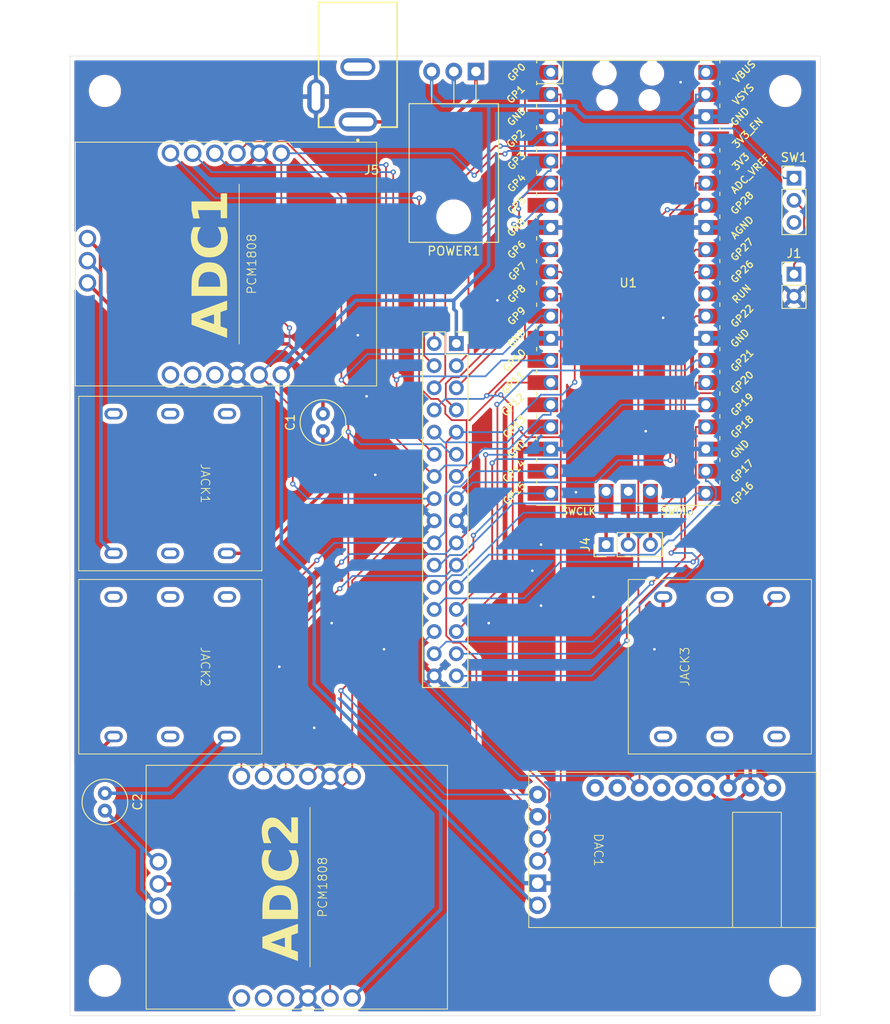
<source format=kicad_pcb>
(kicad_pcb (version 20241229) (generator "pcbnew") (generator_version "9.0")
  (layers (0 "F.Cu" signal) (2 "B.Cu" signal) (13 "F.Paste" user) (15 "B.Paste" user) (5 "F.SilkS" user "F.Silkscreen") (7 "B.SilkS" user "B.Silkscreen") (1 "F.Mask" user) (3 "B.Mask" user) (25 "Edge.Cuts" user))
  (net 0 "")
  (net 1 "Net-(ADC1-GIN)")
  (net 4 "/GPIO12")
  (net 5 "GND")
  (net 7 "/GPIO10")
  (net 8 "/GPIO9")
  (net 9 "+5V")
  (net 10 "+3V3")
  (net 11 "/GPIO11")
  (net 14 "/GPIO13")
  (net 15 "/GPIO14")
  (net 17 "/GPIO15")
  (net 19 "Net-(DAC1-LROUT)")
  (net 22 "/GPIO6")
  (net 23 "Net-(JACK3-Sleeve)")
  (net 24 "/GPIO8")
  (net 26 "/GPIO7")
  (net 27 "/GPIO21")
  (net 28 "/ADC_VREF")
  (net 29 "/GPIO4")
  (net 30 "/GPIO22")
  (net 31 "/GPIO3")
  (net 32 "/GPIO1")
  (net 33 "/GPIO17")
  (net 34 "/GPIO16")
  (net 35 "/GPIO19")
  (net 36 "/GPIO5")
  (net 37 "/GPIO26")
  (net 38 "/GPIO18")
  (net 39 "/GPIO2")
  (net 40 "/GPIO20")
  (net 41 "/GPIO27")
  (net 42 "/GPIO28")
  (net 43 "/GPIO0")
  (net 60 "Net-(JACK1-Tip)")
  (net 61 "Net-(ADC1-LIN)")
  (net 62 "Net-(J1-Pin_1)")
  (net 63 "Net-(J4-Pin_2)")
  (net 64 "Net-(J4-Pin_1)")
  (net 65 "Net-(J4-Pin_3)")
  (net 67 "+9V")
  (net 70 "Net-(ADC2-LIN)")
  (net 71 "Net-(ADC2-GIN)")
  (net 72 "Net-(JACK2-Tip)")
  (footprint "Connector_PinHeader_2.54mm:PinHeader_1x03_P2.54mm_Vertical" (layer "F.Cu") (at 201.46 76 90)
    (property "Reference" "J4")
    (property "Value" "SWD")
  )
  (footprint "rytmos:PCM1808_breakout" (layer "F.Cu") (at 157.875 42.571 90)
    (property "Reference" "ADC1")
    (property "Value" "~")
  )
  (footprint "DCJ200-10-A-XX-K_REVA:GCT_DCJ200-10-A-XX-K_REVA" (layer "F.Cu") (at 173 21 180)
    (property "Reference" "J5")
    (property "Value" "DC")
  )
  (footprint "MountingHole:MountingHole_3.2mm_M3" (layer "F.Cu") (at 144 126)
    (property "Reference" "H3" (hide yes))
    (property "Value" "MountingHole")
  )
  (footprint "rytmos:Jack_6.3mm" (layer "F.Cu") (at 144.5 90 -90)
    (property "Reference" "JACK2")
    (property "Value" "~")
  )
  (footprint "Connector_PinSocket_2.54mm:PinSocket_2x16_P2.54mm_Vertical" (layer "F.Cu") (at 184.29 52.95)
    (property "Reference" "J3" (hide yes))
    (property "Value" "gpio_breakout")
  )
  (footprint "MCU_RaspberryPi_and_Boards:RPi_Pico_SMD_TH" (layer "F.Cu") (at 204 46)
    (property "Reference" "U1")
    (property "Value" "Pico")
  )
  (footprint "Capacitor_THT:C_Radial_D5.0mm_H11.0mm_P2.00mm" (layer "F.Cu") (at 144 104.5 -90)
    (property "Reference" "C2")
    (property "Value" "1uF")
  )
  (footprint "rytmos:PCM5102_BREAKOUT" (layer "F.Cu") (at 192.59 111 -90)
    (property "Reference" "DAC1")
    (property "Value" "~")
  )
  (footprint "Package_TO_SOT_THT:TO-220-3_Horizontal_TabDown" (layer "F.Cu") (at 186.54 21.77 180)
    (property "Reference" "POWER1")
    (property "Value" "LM7805_TO220")
  )
  (footprint "rytmos:Jack_6.3mm" (layer "F.Cu") (at 221.5 90 90)
    (property "Reference" "JACK3")
    (property "Value" "~")
  )
  (footprint "rytmos:Jack_6.3mm" (layer "F.Cu") (at 144.5 69 -90)
    (property "Reference" "JACK1")
    (property "Value" "~")
  )
  (footprint "Capacitor_THT:C_Radial_D5.0mm_H11.0mm_P2.00mm" (layer "F.Cu") (at 169 63 90)
    (property "Reference" "C1")
    (property "Value" "1uF")
  )
  (footprint "MountingHole:MountingHole_3.2mm_M3" (layer "F.Cu") (at 222 24)
    (property "Reference" "H2" (hide yes))
    (property "Value" "MountingHole")
  )
  (footprint "MountingHole:MountingHole_3.2mm_M3" (layer "F.Cu") (at 222 126)
    (property "Reference" "H4" (hide yes))
    (property "Value" "MountingHole")
  )
  (footprint "MountingHole:MountingHole_3.2mm_M3" (layer "F.Cu") (at 144 24)
    (property "Reference" "H1" (hide yes))
    (property "Value" "MountingHole")
  )
  (footprint "rytmos:PCM1808_breakout" (layer "F.Cu") (at 166 114 90)
    (property "Reference" "ADC2")
    (property "Value" "~")
  )
  (footprint "Connector_PinHeader_2.54mm:PinHeader_1x02_P2.54mm_Vertical" (layer "F.Cu") (at 223 45)
    (property "Reference" "J1")
    (property "Value" "Power")
  )
  (footprint "Connector_PinHeader_2.54mm:PinHeader_1x03_P2.54mm_Vertical" (layer "F.Cu") (at 223 34)
    (property "Reference" "SW1")
    (property "Value" "SW_Push")
  )
  (gr_rect (start 140 20) (end 226 130) (stroke (width 0.05)) (fill no) (layer "Edge.Cuts"))
  (segment (start 143.549 45.009) (end 142 43.46) (width 0.4) (layer "B.Cu") (net 1))
  (segment (start 143.549 75.549) (end 143.549 45.009) (width 0.4) (layer "B.Cu") (net 1))
  (segment (start 145 77) (end 143.549 75.549) (width 0.4) (layer "B.Cu") (net 1))
  (segment (start 181.75 68.19) (end 176.2291 62.6691) (width 0.2) (layer "F.Cu") (net 4))
  (segment (start 176.2291 62.6691) (end 176.2291 32.4733) (width 0.2) (layer "F.Cu") (net 4))
  (via (at 176.2291 32.4733) (size 0.6) (drill 0.3) (layers "F.Cu" "B.Cu") (net 4))
  (segment (start 176.2291 32.4733) (end 157.9373 32.4733) (width 0.2) (layer "B.Cu") (net 4))
  (segment (start 157.9373 32.4733) (end 156.605 31.141) (width 0.2) (layer "B.Cu") (net 4))
  (segment (start 183.02 66.92) (end 181.75 68.19) (width 0.2) (layer "B.Cu") (net 4))
  (segment (start 185.5128 66.92) (end 183.02 66.92) (width 0.2) (layer "B.Cu") (net 4))
  (segment (start 194.2309 61.1217) (end 190.3379 65.0147) (width 0.2) (layer "B.Cu") (net 4))
  (segment (start 187.4181 65.0147) (end 185.5128 66.92) (width 0.2) (layer "B.Cu") (net 4))
  (segment (start 195.11 61.1217) (end 194.2309 61.1217) (width 0.2) (layer "B.Cu") (net 4))
  (segment (start 195.11 59.97) (end 195.11 61.1217) (width 0.2) (layer "B.Cu") (net 4))
  (segment (start 190.3379 65.0147) (end 187.4181 65.0147) (width 0.2) (layer "B.Cu") (net 4))
  (via (at 198 70) (size 0.6) (drill 0.3) (layers "F.Cu" "B.Cu") (net 5))
  (via (at 194 83) (size 0.6) (drill 0.3) (layers "F.Cu" "B.Cu") (net 5))
  (via (at 189 48) (size 0.6) (drill 0.3) (layers "F.Cu" "B.Cu") (net 5))
  (via (at 170 85) (size 0.6) (drill 0.3) (layers "F.Cu" "B.Cu") (net 5))
  (via (at 194 76) (size 0.6) (drill 0.3) (layers "F.Cu" "B.Cu") (net 5))
  (via (at 173 52) (size 0.6) (drill 0.3) (layers "F.Cu" "B.Cu") (net 5))
  (via (at 193 79) (size 0.6) (drill 0.3) (layers "F.Cu" "B.Cu") (net 5))
  (via (at 175 68) (size 0.6) (drill 0.3) (layers "F.Cu" "B.Cu") (net 5))
  (via (at 208 50) (size 0.6) (drill 0.3) (layers "F.Cu" "B.Cu") (net 5))
  (via (at 164 90) (size 0.6) (drill 0.3) (layers "F.Cu" "B.Cu") (net 5))
  (via (at 207 88) (size 0.6) (drill 0.3) (layers "F.Cu" "B.Cu") (net 5))
  (via (at 174 59) (size 0.6) (drill 0.3) (layers "F.Cu" "B.Cu") (net 5))
  (via (at 188 85) (size 0.6) (drill 0.3) (layers "F.Cu" "B.Cu") (net 5))
  (via (at 206 63) (size 0.6) (drill 0.3) (layers "F.Cu" "B.Cu") (net 5))
  (via (at 176 88) (size 0.6) (drill 0.3) (layers "F.Cu" "B.Cu") (net 5))
  (via (at 210 23) (size 0.6) (drill 0.3) (layers "F.Cu" "B.Cu") (net 5))
  (via (at 168 97) (size 0.6) (drill 0.3) (layers "F.Cu" "B.Cu") (net 5))
  (via (at 200 82) (size 0.6) (drill 0.3) (layers "F.Cu" "B.Cu") (net 5))
  (segment (start 177.0563 33.302) (end 177.0563 56.7497) (width 0.2) (layer "F.Cu") (net 7))
  (segment (start 177.0563 56.7497) (end 177.4358 57.1292) (width 0.2) (layer "F.Cu") (net 7))
  (segment (start 177.4358 57.1292) (end 177.4358 61.3358) (width 0.2) (layer "F.Cu") (net 7))
  (segment (start 177.4358 61.3358) (end 181.75 65.65) (width 0.2) (layer "F.Cu") (net 7))
  (via (at 177.4358 57.1292) (size 0.6) (drill 0.3) (layers "F.Cu" "B.Cu") (net 7))
  (via (at 177.0563 33.302) (size 0.6) (drill 0.3) (layers "F.Cu" "B.Cu") (net 7))
  (segment (start 177.4358 57.1292) (end 177.8504 56.7146) (width 0.2) (layer "B.Cu") (net 7))
  (segment (start 156.226 33.302) (end 177.0563 33.302) (width 0.2) (layer "B.Cu") (net 7))
  (segment (start 177.8504 56.7146) (end 187.6196 56.7146) (width 0.2) (layer "B.Cu") (net 7))
  (segment (start 189.4442 54.89) (end 195.11 54.89) (width 0.2) (layer "B.Cu") (net 7))
  (segment (start 154.065 31.141) (end 156.226 33.302) (width 0.2) (layer "B.Cu") (net 7))
  (segment (start 187.6196 56.7146) (end 189.4442 54.89) (width 0.2) (layer "B.Cu") (net 7))
  (segment (start 171.9044 57.9223) (end 171.9044 63.086) (width 0.2) (layer "F.Cu") (net 8))
  (segment (start 160.4583 29.8277) (end 164.7742 29.8277) (width 0.2) (layer "F.Cu") (net 8))
  (segment (start 171.9044 91.9031) (end 171.9044 63.086) (width 0.2) (layer "F.Cu") (net 8))
  (segment (start 171.0639 92.7436) (end 171.9044 91.9031) (width 0.2) (layer "F.Cu") (net 8))
  (segment (start 171.0639 98.7761) (end 167.27 102.57) (width 0.2) (layer "F.Cu") (net 8))
  (segment (start 171.0639 92.7436) (end 171.0639 98.7761) (width 0.2) (layer "F.Cu") (net 8))
  (segment (start 164.7742 29.8277) (end 171.1113 36.1648) (width 0.2) (layer "F.Cu") (net 8))
  (segment (start 171.1113 36.1648) (end 171.1113 57.1292) (width 0.2) (layer "F.Cu") (net 8))
  (segment (start 171.1113 57.1292) (end 171.9044 57.9223) (width 0.2) (layer "F.Cu") (net 8))
  (segment (start 159.145 31.141) (end 160.4583 29.8277) (width 0.2) (layer "F.Cu") (net 8))
  (via (at 171.9044 63.086) (size 0.6) (drill 0.3) (layers "F.Cu" "B.Cu") (net 8))
  (via (at 171.0639 92.7436) (size 0.6) (drill 0.3) (layers "F.Cu" "B.Cu") (net 8))
  (via (at 171.1113 57.1292) (size 0.6) (drill 0.3) (layers "F.Cu" "B.Cu") (net 8))
  (segment (start 193.9583 49.81) (end 189.6067 54.1616) (width 0.2) (layer "B.Cu") (net 8))
  (segment (start 183.6991 65.65) (end 184.29 65.65) (width 0.2) (layer "B.Cu") (net 8))
  (segment (start 174.0789 54.1616) (end 171.1113 57.1292) (width 0.2) (layer "B.Cu") (net 8))
  (segment (start 189.6067 54.1616) (end 174.0789 54.1616) (width 0.2) (layer "B.Cu") (net 8))
  (segment (start 182.5474 64.4983) (end 183.6991 65.65) (width 0.2) (layer "B.Cu") (net 8))
  (segment (start 195.11 49.81) (end 193.9583 49.81) (width 0.2) (layer "B.Cu") (net 8))
  (segment (start 173.3167 64.4983) (end 182.5474 64.4983) (width 0.2) (layer "B.Cu") (net 8))
  (segment (start 171.9044 63.086) (end 173.3167 64.4983) (width 0.2) (layer "B.Cu") (net 8))
  (segment (start 182.9703 104.65) (end 171.0639 92.7436) (width 0.2) (layer "B.Cu") (net 8))
  (segment (start 193.606 104.65) (end 182.9703 104.65) (width 0.2) (layer "B.Cu") (net 8))
  (segment (start 210 27) (end 211.7383 25.2617) (width 0.4) (layer "B.Cu") (net 9))
  (segment (start 198 25.699) (end 198 26) (width 0.4) (layer "B.Cu") (net 9))
  (segment (start 221.8483 34) (end 216.1492 28.3009) (width 0.2) (layer "B.Cu") (net 9))
  (segment (start 193.344 117.35) (end 193.606 117.35) (width 0.4) (layer "B.Cu") (net 9))
  (segment (start 211.7383 25.2617) (end 212 25) (width 0.4) (layer "B.Cu") (net 9))
  (segment (start 188 44) (end 188 25.699) (width 0.4) (layer "B.Cu") (net 9))
  (segment (start 167.997 92.003) (end 167.997 79.772) (width 0.4) (layer "B.Cu") (net 9))
  (segment (start 216.1492 28.3009) (end 211.3009 28.3009) (width 0.2) (layer "B.Cu") (net 9))
  (segment (start 198 26) (end 199 27) (width 0.4) (layer "B.Cu") (net 9))
  (segment (start 211.3009 28.3009) (end 210 27) (width 0.2) (layer "B.Cu") (net 9))
  (segment (start 181.46 24.46) (end 181.46 21.77) (width 0.4) (layer "B.Cu") (net 9))
  (segment (start 182.699 25.699) (end 181.46 24.46) (width 0.4) (layer "B.Cu") (net 9))
  (segment (start 164.225 56.541) (end 172.766 48) (width 0.4) (layer "B.Cu") (net 9))
  (segment (start 184 49) (end 184.29 49.29) (width 0.4) (layer "B.Cu") (net 9))
  (segment (start 211.7383 25.2617) (end 211.7383 24.41) (width 0.2) (layer "B.Cu") (net 9))
  (segment (start 188 25.699) (end 182.699 25.699) (width 0.4) (layer "B.Cu") (net 9))
  (segment (start 184.29 49.29) (end 184.29 52.95) (width 0.4) (layer "B.Cu") (net 9))
  (segment (start 167.997 79.772) (end 164.225 76) (width 0.4) (layer "B.Cu") (net 9))
  (segment (start 212.89 24.41) (end 211.7383 24.41) (width 0.2) (layer "B.Cu") (net 9))
  (segment (start 164.225 76) (end 164.225 56.541) (width 0.4) (layer "B.Cu") (net 9))
  (segment (start 172.766 48) (end 184 48) (width 0.4) (layer "B.Cu") (net 9))
  (segment (start 188 25.699) (end 198 25.699) (width 0.4) (layer "B.Cu") (net 9))
  (segment (start 184 48) (end 188 44) (width 0.4) (layer "B.Cu") (net 9))
  (segment (start 184 48) (end 184 49) (width 0.4) (layer "B.Cu") (net 9))
  (segment (start 182.497 117.823) (end 172.35 127.97) (width 0.4) (layer "B.Cu") (net 9))
  (segment (start 182.497 106.503) (end 193.344 117.35) (width 0.4) (layer "B.Cu") (net 9))
  (segment (start 182.497 106.503) (end 182.497 117.823) (width 0.4) (layer "B.Cu") (net 9))
  (segment (start 223 34) (end 221.8483 34) (width 0.2) (layer "B.Cu") (net 9))
  (segment (start 199 27) (end 210 27) (width 0.4) (layer "B.Cu") (net 9))
  (segment (start 182.497 106.503) (end 167.997 92.003) (width 0.4) (layer "B.Cu") (net 9))
  (segment (start 188.7922 31.2183) (end 189.8537 31.2183) (width 0.2) (layer "F.Cu") (net 10))
  (segment (start 165.5388 60.3948) (end 165.5388 69.0428) (width 0.2) (layer "F.Cu") (net 10))
  (segment (start 172.35 80.13) (end 181.75 70.73) (width 0.2) (layer "F.Cu") (net 10))
  (segment (start 172.35 102.57) (end 169.81 105.11) (width 0.2) (layer "F.Cu") (net 10))
  (segment (start 172.35 102.57) (end 172.35 80.13) (width 0.2) (layer "F.Cu") (net 10))
  (segment (start 161.685 56.541) (end 165.5388 60.3948) (width 0.2) (layer "F.Cu") (net 10))
  (segment (start 164.225 50.2311) (end 165.1663 51.1724) (width 0.2) (layer "F.Cu") (net 10))
  (segment (start 169.81 105.11) (end 169.81 127.97) (width 0.2) (layer "F.Cu") (net 10))
  (segment (start 189.8537 31.2183) (end 189.8537 31.2182) (width 0.2) (layer "F.Cu") (net 10))
  (segment (start 186.3411 33.6694) (end 188.7922 31.2183) (width 0.2) (layer "F.Cu") (net 10))
  (segment (start 164.225 31.141) (end 164.225 50.2311) (width 0.2) (layer "F.Cu") (net 10))
  (via (at 189.8537 31.2182) (size 0.6) (drill 0.3) (layers "F.Cu" "B.Cu") (net 10))
  (via (at 165.1663 51.1724) (size 0.6) (drill 0.3) (layers "F.Cu" "B.Cu") (net 10))
  (via (at 186.3411 33.6694) (size 0.6) (drill 0.3) (layers "F.Cu" "B.Cu") (net 10))
  (via (at 165.5388 69.0428) (size 0.6) (drill 0.3) (layers "F.Cu" "B.Cu") (net 10))
  (segment (start 212.89 32.03) (end 211.7383 32.03) (width 0.2) (layer "B.Cu") (net 10))
  (segment (start 165.5388 69.0428) (end 167.226 70.73) (width 0.2) (layer "B.Cu") (net 10))
  (segment (start 164.225 31.141) (end 183.8127 31.141) (width 0.2) (layer "B.Cu") (net 10))
  (segment (start 165.1663 51.1724) (end 165.1663 53.0597) (width 0.2) (layer "B.Cu") (net 10))
  (segment (start 210.5828 30.8745) (end 211.7383 32.03) (width 0.2) (layer "B.Cu") (net 10))
  (segment (start 165.1663 53.0597) (end 161.685 56.541) (width 0.2) (layer "B.Cu") (net 10))
  (segment (start 167.226 70.73) (end 181.75 70.73) (width 0.2) (layer "B.Cu") (net 10))
  (segment (start 183.8127 31.141) (end 186.3411 33.6694) (width 0.2) (layer "B.Cu") (net 10))
  (segment (start 189.8537 31.2182) (end 190.1974 30.8745) (width 0.2) (layer "B.Cu") (net 10))
  (segment (start 190.1974 30.8745) (end 210.5828 30.8745) (width 0.2) (layer "B.Cu") (net 10))
  (segment (start 192.1583 57.43) (end 189.9369 57.43) (width 0.2) (layer "F.Cu") (net 11))
  (segment (start 195.11 57.43) (end 192.1583 57.43) (width 0.2) (layer "F.Cu") (net 11))
  (segment (start 180.0288 36.2804) (end 180.0288 57.9447) (width 0.2) (layer "F.Cu") (net 11))
  (segment (start 182.1684 59.3) (end 183.02 60.1516) (width 0.2) (layer "F.Cu") (net 11))
  (segment (start 183.02 60.9884) (end 183.7651 61.7335) (width 0.2) (layer "F.Cu") (net 11))
  (segment (start 189.9369 57.43) (end 188.7799 58.587) (width 0.2) (layer "F.Cu") (net 11))
  (segment (start 180.0288 57.9447) (end 181.3841 59.3) (width 0.2) (layer "F.Cu") (net 11))
  (segment (start 183.02 60.1516) (end 183.02 60.9884) (width 0.2) (layer "F.Cu") (net 11))
  (segment (start 188.7799 58.7855) (end 185.8319 61.7335) (width 0.2) (layer "F.Cu") (net 11))
  (segment (start 185.4722 67.0078) (end 185.4722 61.7335) (width 0.2) (layer "F.Cu") (net 11))
  (segment (start 183.7651 61.7335) (end 185.4722 61.7335) (width 0.2) (layer "F.Cu") (net 11))
  (segment (start 184.29 68.19) (end 185.4722 67.0078) (width 0.2) (layer "F.Cu") (net 11))
  (segment (start 181.3841 59.3) (end 182.1684 59.3) (width 0.2) (layer "F.Cu") (net 11))
  (segment (start 185.8319 61.7335) (end 185.4722 61.7335) (width 0.2) (layer "F.Cu") (net 11))
  (segment (start 188.7799 58.587) (end 188.7799 58.7855) (width 0.2) (layer "F.Cu") (net 11))
  (via (at 180.0288 36.2804) (size 0.6) (drill 0.3) (layers "F.Cu" "B.Cu") (net 11))
  (segment (start 180.0288 36.2804) (end 156.6644 36.2804) (width 0.2) (layer "B.Cu") (net 11))
  (segment (start 156.6644 36.2804) (end 151.525 31.141) (width 0.2) (layer "B.Cu") (net 11))
  (segment (start 162.19 86.9353) (end 171.1293 77.996) (width 0.2) (layer "F.Cu") (net 14))
  (segment (start 187.6498 72.4502) (end 184.29 75.81) (width 0.2) (layer "F.Cu") (net 14))
  (segment (start 162.19 102.57) (end 162.19 86.9353) (width 0.2) (layer "F.Cu") (net 14))
  (segment (start 187.6498 65.6976) (end 187.6498 72.4502) (width 0.2) (layer "F.Cu") (net 14))
  (via (at 187.6498 65.6976) (size 0.6) (drill 0.3) (layers "F.Cu" "B.Cu") (net 14))
  (via (at 171.1293 77.996) (size 0.6) (drill 0.3) (layers "F.Cu" "B.Cu") (net 14))
  (segment (start 171.1293 77.996) (end 172.0453 77.08) (width 0.2) (layer "B.Cu") (net 14))
  (segment (start 183.02 77.08) (end 184.29 75.81) (width 0.2) (layer "B.Cu") (net 14))
  (segment (start 172.0453 77.08) (end 183.02 77.08) (width 0.2) (layer "B.Cu") (net 14))
  (segment (start 190.7707 65.6976) (end 187.6498 65.6976) (width 0.2) (layer "B.Cu") (net 14))
  (segment (start 193.9583 62.51) (end 190.7707 65.6976) (width 0.2) (layer "B.Cu") (net 14))
  (segment (start 195.11 62.51) (end 193.9583 62.51) (width 0.2) (layer "B.Cu") (net 14))
  (segment (start 159.65 102.57) (end 159.65 86.4668) (width 0.2) (layer "F.Cu") (net 15))
  (segment (start 159.65 86.4668) (end 168.3041 77.8127) (width 0.2) (layer "F.Cu") (net 15))
  (via (at 168.3041 77.8127) (size 0.6) (drill 0.3) (layers "F.Cu" "B.Cu") (net 15))
  (segment (start 183.9899 69.3417) (end 184.7671 69.3417) (width 0.2) (layer "B.Cu") (net 15))
  (segment (start 170.3068 75.81) (end 181.75 75.81) (width 0.2) (layer "B.Cu") (net 15))
  (segment (start 184.7671 69.3417) (end 186.5188 67.59) (width 0.2) (layer "B.Cu") (net 15))
  (segment (start 183.02 74.54) (end 183.02 70.3116) (width 0.2) (layer "B.Cu") (net 15))
  (segment (start 168.3041 77.8127) (end 170.3068 75.81) (width 0.2) (layer "B.Cu") (net 15))
  (segment (start 183.02 70.3116) (end 183.9899 69.3417) (width 0.2) (layer "B.Cu") (net 15))
  (segment (start 186.5188 67.59) (end 195.11 67.59) (width 0.2) (layer "B.Cu") (net 15))
  (segment (start 181.75 75.81) (end 183.02 74.54) (width 0.2) (layer "B.Cu") (net 15))
  (segment (start 164.73 102.57) (end 164.73 87.2495) (width 0.2) (layer "F.Cu") (net 17))
  (segment (start 164.73 87.2495) (end 170.9359 81.0436) (width 0.2) (layer "F.Cu") (net 17))
  (segment (start 186.2469 74.9465) (end 186.2469 76.3931) (width 0.2) (layer "F.Cu") (net 17))
  (segment (start 186.2469 76.3931) (end 184.29 78.35) (width 0.2) (layer "F.Cu") (net 17))
  (via (at 186.2469 74.9465) (size 0.6) (drill 0.3) (layers "F.Cu" "B.Cu") (net 17))
  (via (at 170.9359 81.0436) (size 0.6) (drill 0.3) (layers "F.Cu" "B.Cu") (net 17))
  (segment (start 186.2469 74.9465) (end 191.0634 70.13) (width 0.2) (layer "B.Cu") (net 17))
  (segment (start 191.0634 70.13) (end 195.11 70.13) (width 0.2) (layer "B.Cu") (net 17))
  (segment (start 184.29 78.35) (end 183.038 79.602) (width 0.2) (layer "B.Cu") (net 17))
  (segment (start 183.038 79.602) (end 172.3775 79.602) (width 0.2) (layer "B.Cu") (net 17))
  (segment (start 172.3775 79.602) (end 170.9359 81.0436) (width 0.2) (layer "B.Cu") (net 17))
  (segment (start 215.45 103.888) (end 215.45 102.474) (width 0.4) (layer "F.Cu") (net 19))
  (segment (start 215.45 102.474) (end 208 95.0238) (width 0.4) (layer "F.Cu") (net 19))
  (segment (start 208 95.0238) (end 208 82) (width 0.4) (layer "F.Cu") (net 19))
  (segment (start 219.129 102.487) (end 220.53 103.888) (width 0.4) (layer "B.Cu") (net 19))
  (segment (start 215.45 103.888) (end 216.851 102.487) (width 0.4) (layer "B.Cu") (net 19))
  (segment (start 216.851 102.487) (end 219.129 102.487) (width 0.4) (layer "B.Cu") (net 19))
  (segment (start 195.11 42.19) (end 192.1583 42.19) (width 0.2) (layer "F.Cu") (net 22))
  (segment (start 189.3816 58.8361) (end 190.7532 60.2077) (width 0.2) (layer "F.Cu") (net 22))
  (segment (start 192.1583 54.5423) (end 187.7711 58.9295) (width 0.2) (layer "F.Cu") (net 22))
  (segment (start 194.9308 104.1338) (end 194.9308 108.4052) (width 0.2) (layer "F.Cu") (net 22))
  (segment (start 192.1583 42.19) (end 192.1583 54.5423) (width 0.2) (layer "F.Cu") (net 22))
  (segment (start 190.7532 99.9562) (end 194.9308 104.1338) (width 0.2) (layer "F.Cu") (net 22))
  (segment (start 190.7532 60.2077) (end 190.7532 99.9562) (width 0.2) (layer "F.Cu") (net 22))
  (segment (start 194.9308 108.4052) (end 193.606 109.73) (width 0.2) (layer "F.Cu") (net 22))
  (via (at 189.3816 58.8361) (size 0.6) (drill 0.3) (layers "F.Cu" "B.Cu") (net 22))
  (via (at 187.7711 58.9295) (size 0.6) (drill 0.3) (layers "F.Cu" "B.Cu") (net 22))
  (segment (start 183.02 59.3) (end 181.75 60.57) (width 0.2) (layer "B.Cu") (net 22))
  (segment (start 187.7711 58.9295) (end 189.2882 58.9295) (width 0.2) (layer "B.Cu") (net 22))
  (segment (start 189.2882 58.9295) (end 189.3816 58.8361) (width 0.2) (layer "B.Cu") (net 22))
  (segment (start 187.7711 58.9295) (end 187.4006 59.3) (width 0.2) (layer "B.Cu") (net 22))
  (segment (start 187.4006 59.3) (end 183.02 59.3) (width 0.2) (layer "B.Cu") (net 22))
  (segment (start 217.99 103.888) (end 217.99 85.01) (width 0.4) (layer "F.Cu") (net 23))
  (segment (start 212.91 103.888) (end 214.311 105.289) (width 0.4) (layer "F.Cu") (net 23))
  (segment (start 217.99 85.01) (end 221 82) (width 0.4) (layer "F.Cu") (net 23))
  (segment (start 214.311 105.289) (end 216.589 105.289) (width 0.4) (layer "F.Cu") (net 23))
  (segment (start 216.589 105.289) (end 217.99 103.888) (width 0.4) (layer "F.Cu") (net 23))
  (segment (start 196.2617 63.6921) (end 196.2617 47.27) (width 0.2) (layer "F.Cu") (net 24))
  (segment (start 195.11 47.27) (end 196.2617 47.27) (width 0.2) (layer "F.Cu") (net 24))
  (segment (start 196.2617 63.6921) (end 192.3001 63.6921) (width 0.2) (layer "F.Cu") (net 24))
  (segment (start 193.606 112.27) (end 196.2617 109.6143) (width 0.2) (layer "F.Cu") (net 24))
  (segment (start 196.2617 109.6143) (end 196.2617 63.6921) (width 0.2) (layer "F.Cu") (net 24))
  (segment (start 191.685 63.077) (end 191.685 62.6967) (width 0.2) (layer "F.Cu") (net 24))
  (segment (start 192.3001 63.6921) (end 191.685 63.077) (width 0.2) (layer "F.Cu") (net 24))
  (via (at 191.685 62.6967) (size 0.6) (drill 0.3) (layers "F.Cu" "B.Cu") (net 24))
  (segment (start 191.685 62.6967) (end 190.1017 64.28) (width 0.2) (layer "B.Cu") (net 24))
  (segment (start 182.92 64.28) (end 181.75 63.11) (width 0.2) (layer "B.Cu") (net 24))
  (segment (start 190.1017 64.28) (end 182.92 64.28) (width 0.2) (layer "B.Cu") (net 24))
  (segment (start 183.1332 86.4476) (end 183.1332 64.2668) (width 0.2) (layer "F.Cu") (net 26))
  (segment (start 193.606 107.19) (end 186.5887 100.1727) (width 0.2) (layer "F.Cu") (net 26))
  (segment (start 183.9256 87.24) (end 183.1332 86.4476) (width 0.2) (layer "F.Cu") (net 26))
  (segment (start 186.5887 100.1727) (end 186.5887 89.1173) (width 0.2) (layer "F.Cu") (net 26))
  (segment (start 195.11 44.73) (end 196.2617 44.73) (width 0.2) (layer "F.Cu") (net 26))
  (segment (start 184.7114 87.24) (end 183.9256 87.24) (width 0.2) (layer "F.Cu") (net 26))
  (segment (start 196.2617 44.73) (end 197.8638 46.3321) (width 0.2) (layer "F.Cu") (net 26))
  (segment (start 186.5887 89.1173) (end 184.7114 87.24) (width 0.2) (layer "F.Cu") (net 26))
  (segment (start 197.8638 46.3321) (end 197.8638 57.38) (width 0.2) (layer "F.Cu") (net 26))
  (segment (start 183.1332 64.2668) (end 184.29 63.11) (width 0.2) (layer "F.Cu") (net 26))
  (via (at 197.8638 57.38) (size 0.6) (drill 0.3) (layers "F.Cu" "B.Cu") (net 26))
  (segment (start 189.695 63.11) (end 184.29 63.11) (width 0.2) (layer "B.Cu") (net 26))
  (segment (start 197.8638 57.38) (end 196.4255 58.8183) (width 0.2) (layer "B.Cu") (net 26))
  (segment (start 193.9867 58.8183) (end 189.695 63.11) (width 0.2) (layer "B.Cu") (net 26))
  (segment (start 196.4255 58.8183) (end 193.9867 58.8183) (width 0.2) (layer "B.Cu") (net 26))
  (segment (start 188.9998 81.2602) (end 188.9998 59.9771) (width 0.2) (layer "F.Cu") (net 27))
  (segment (start 188.9998 59.9771) (end 188.9463 59.9236) (width 0.2) (layer "F.Cu") (net 27))
  (segment (start 184.29 85.97) (end 188.9998 81.2602) (width 0.2) (layer "F.Cu") (net 27))
  (via (at 188.9463 59.9236) (size 0.6) (drill 0.3) (layers "F.Cu" "B.Cu") (net 27))
  (segment (start 188.9463 59.9236) (end 189.145 59.9236) (width 0.2) (layer "B.Cu") (net 27))
  (segment (start 189.145 59.9236) (end 193.0269 56.0417) (width 0.2) (layer "B.Cu") (net 27))
  (segment (start 212.89 54.89) (end 211.7383 54.89) (width 0.2) (layer "B.Cu") (net 27))
  (segment (start 210.5866 56.0417) (end 211.7383 54.89) (width 0.2) (layer "B.Cu") (net 27))
  (segment (start 193.0269 56.0417) (end 210.5866 56.0417) (width 0.2) (layer "B.Cu") (net 27))
  (segment (start 212.89 34.57) (end 211.7383 34.57) (width 0.2) (layer "F.Cu") (net 28))
  (segment (start 211.7383 35.2146) (end 211.7383 34.57) (width 0.2) (layer "F.Cu") (net 28))
  (segment (start 208.8025 66.3429) (end 208.8025 38.1504) (width 0.2) (layer "F.Cu") (net 28))
  (segment (start 208.8025 38.1504) (end 211.7383 35.2146) (width 0.2) (layer "F.Cu") (net 28))
  (via (at 208.8025 66.3429) (size 0.6) (drill 0.3) (layers "F.Cu" "B.Cu") (net 28))
  (segment (start 184.29 70.73) (end 186.16 68.86) (width 0.2) (layer "B.Cu") (net 28))
  (segment (start 200.3032 68.86) (end 202.8203 66.3429) (width 0.2) (layer "B.Cu") (net 28))
  (segment (start 202.8203 66.3429) (end 208.8025 66.3429) (width 0.2) (layer "B.Cu") (net 28))
  (segment (start 186.16 68.86) (end 200.3032 68.86) (width 0.2) (layer "B.Cu") (net 28))
  (segment (start 183.02 43.7083) (end 183.02 56.76) (width 0.2) (layer "F.Cu") (net 29))
  (segment (start 183.02 56.76) (end 181.75 58.03) (width 0.2) (layer "F.Cu") (net 29))
  (segment (start 192.1583 34.57) (end 183.02 43.7083) (width 0.2) (layer "F.Cu") (net 29))
  (segment (start 195.11 34.57) (end 192.1583 34.57) (width 0.2) (layer "F.Cu") (net 29))
  (segment (start 211.7383 49.81) (end 210.4932 51.0551) (width 0.2) (layer "F.Cu") (net 30))
  (segment (start 210.4932 51.0551) (end 210.4932 77.4857) (width 0.2) (layer "F.Cu") (net 30))
  (segment (start 212.89 49.81) (end 211.7383 49.81) (width 0.2) (layer "F.Cu") (net 30))
  (segment (start 205.29 82.6889) (end 205.29 103.888) (width 0.2) (layer "F.Cu") (net 30))
  (segment (start 210.4932 77.4857) (end 205.29 82.6889) (width 0.2) (layer "F.Cu") (net 30))
  (segment (start 180.5418 87.1782) (end 180.5418 91.4745) (width 0.2) (layer "B.Cu") (net 30))
  (segment (start 203.9235 102.5215) (end 205.29 103.888) (width 0.2) (layer "B.Cu") (net 30))
  (segment (start 180.5418 91.4745) (end 191.5888 102.5215) (width 0.2) (layer "B.Cu") (net 30))
  (segment (start 191.5888 102.5215) (end 203.9235 102.5215) (width 0.2) (layer "B.Cu") (net 30))
  (segment (start 181.75 85.97) (end 180.5418 87.1782) (width 0.2) (layer "B.Cu") (net 30))
  (segment (start 191.4822 37.5604) (end 191.4285 37.5067) (width 0.2) (layer "F.Cu") (net 31))
  (segment (start 184.29 58.03) (end 191.4822 50.8378) (width 0.2) (layer "F.Cu") (net 31))
  (segment (start 191.4822 50.8378) (end 191.4822 37.5604) (width 0.2) (layer "F.Cu") (net 31))
  (via (at 191.4285 37.5067) (size 0.6) (drill 0.3) (layers "F.Cu" "B.Cu") (net 31))
  (segment (start 195.11 32.03) (end 195.11 33.1817) (width 0.2) (layer "B.Cu") (net 31))
  (segment (start 191.4285 36.5753) (end 191.4285 37.5067) (width 0.2) (layer "B.Cu") (net 31))
  (segment (start 195.11 33.1817) (end 194.8221 33.1817) (width 0.2) (layer "B.Cu") (net 31))
  (segment (start 194.8221 33.1817) (end 191.4285 36.5753) (width 0.2) (layer "B.Cu") (net 31))
  (segment (start 196.0938 35.7217) (end 192.3627 35.7217) (width 0.2) (layer "F.Cu") (net 32))
  (segment (start 196.2617 24.41) (end 196.2617 35.5538) (width 0.2) (layer "F.Cu") (net 32))
  (segment (start 192.3627 35.7217) (end 185.6798 42.4046) (width 0.2) (layer "F.Cu") (net 32))
  (segment (start 195.11 24.41) (end 196.2617 24.41) (width 0.2) (layer "F.Cu") (net 32))
  (segment (start 185.6798 54.1002) (end 184.29 55.49) (width 0.2) (layer "F.Cu") (net 32))
  (segment (start 196.2617 35.5538) (end 196.0938 35.7217) (width 0.2) (layer "F.Cu") (net 32))
  (segment (start 185.6798 42.4046) (end 185.6798 54.1002) (width 0.2) (layer "F.Cu") (net 32))
  (segment (start 209.1552 75.5227) (end 214.0525 70.6254) (width 0.2) (layer "B.Cu") (net 33))
  (segment (start 214.0525 69.6357) (end 213.1585 68.7417) (width 0.2) (layer "B.Cu") (net 33))
  (segment (start 213.1585 68.7417) (end 212.89 68.7417) (width 0.2) (layer "B.Cu") (net 33))
  (segment (start 184.29 80.89) (end 188.0283 77.1517) (width 0.2) (layer "B.Cu") (net 33))
  (segment (start 207.0171 77.1517) (end 208.646 75.5228) (width 0.2) (layer "B.Cu") (net 33))
  (segment (start 208.646 75.5227) (end 209.1552 75.5227) (width 0.2) (layer "B.Cu") (net 33))
  (segment (start 212.89 67.59) (end 212.89 68.7417) (width 0.2) (layer "B.Cu") (net 33))
  (segment (start 188.0283 77.1517) (end 207.0171 77.1517) (width 0.2) (layer "B.Cu") (net 33))
  (segment (start 208.646 75.5228) (end 208.646 75.5227) (width 0.2) (layer "B.Cu") (net 33))
  (segment (start 214.0525 70.6254) (end 214.0525 69.6357) (width 0.2) (layer "B.Cu") (net 33))
  (segment (start 184.8758 77.1983) (end 190.7924 71.2817) (width 0.2) (layer "B.Cu") (net 34))
  (segment (start 182.3784 78.35) (end 183.5301 77.1983) (width 0.2) (layer "B.Cu") (net 34))
  (segment (start 212.89 70.13) (end 211.7383 70.13) (width 0.2) (layer "B.Cu") (net 34))
  (segment (start 190.7924 71.2817) (end 210.5866 71.2817) (width 0.2) (layer "B.Cu") (net 34))
  (segment (start 181.75 78.35) (end 182.3784 78.35) (width 0.2) (layer "B.Cu") (net 34))
  (segment (start 183.5301 77.1983) (end 184.8758 77.1983) (width 0.2) (layer "B.Cu") (net 34))
  (segment (start 210.5866 71.2817) (end 211.7383 70.13) (width 0.2) (layer "B.Cu") (net 34))
  (segment (start 188.3981 79.3219) (end 184.29 83.43) (width 0.2) (layer "F.Cu") (net 35))
  (segment (start 188.3981 66.6438) (end 188.3981 79.3219) (width 0.2) (layer "F.Cu") (net 35))
  (via (at 188.3981 66.6438) (size 0.6) (drill 0.3) (layers "F.Cu" "B.Cu") (net 35))
  (segment (start 203.2527 59.97) (end 197.021 66.2017) (width 0.2) (layer "B.Cu") (net 35))
  (segment (start 197.021 66.2017) (end 188.8402 66.2017) (width 0.2) (layer "B.Cu") (net 35))
  (segment (start 212.89 59.97) (end 203.2527 59.97) (width 0.2) (layer "B.Cu") (net 35))
  (segment (start 188.8402 66.2017) (end 188.3981 66.6438) (width 0.2) (layer "B.Cu") (net 35))
  (segment (start 183.7929 56.8233) (end 183.0822 57.534) (width 0.2) (layer "F.Cu") (net 36))
  (segment (start 190.8805 39.2773) (end 190.8805 50.5283) (width 0.2) (layer "F.Cu") (net 36))
  (segment (start 184.5855 56.8233) (end 183.7929 56.8233) (width 0.2) (layer "F.Cu") (net 36))
  (segment (start 183.0822 57.534) (end 183.0822 59.3622) (width 0.2) (layer "F.Cu") (net 36))
  (segment (start 183.0822 59.3622) (end 184.29 60.57) (width 0.2) (layer "F.Cu") (net 36))
  (segment (start 190.8805 50.5283) (end 184.5855 56.8233) (width 0.2) (layer "F.Cu") (net 36))
  (via (at 190.8805 39.2773) (size 0.6) (drill 0.3) (layers "F.Cu" "B.Cu") (net 36))
  (segment (start 193.9583 37.11) (end 191.791 39.2773) (width 0.2) (layer "B.Cu") (net 36))
  (segment (start 195.11 37.11) (end 193.9583 37.11) (width 0.2) (layer "B.Cu") (net 36))
  (segment (start 191.791 39.2773) (end 190.8805 39.2773) (width 0.2) (layer "B.Cu") (net 36))
  (segment (start 212.89 44.73) (end 211.7383 44.73) (width 0.2) (layer "F.Cu") (net 37))
  (segment (start 210.0915 75.7889) (end 208.9197 76.9607) (width 0.2) (layer "F.Cu") (net 37))
  (segment (start 210.0915 46.3768) (end 210.0915 75.7889) (width 0.2) (layer "F.Cu") (net 37))
  (segment (start 211.7383 44.73) (end 210.0915 46.3768) (width 0.2) (layer "F.Cu") (net 37))
  (via (at 208.9197 76.9607) (size 0.6) (drill 0.3) (layers "F.Cu" "B.Cu") (net 37))
  (segment (start 210.4924 79.814) (end 212.0493 78.2571) (width 0.2) (layer "B.Cu") (net 37))
  (segment (start 212.0493 78.2571) (end 212.0493 77.7013) (width 0.2) (layer "B.Cu") (net 37))
  (segment (start 212.0493 77.7013) (end 211.3087 76.9607) (width 0.2) (layer "B.Cu") (net 37))
  (segment (start 208.4266 79.814) (end 210.4924 79.814) (width 0.2) (layer "B.Cu") (net 37))
  (segment (start 199.7306 88.51) (end 208.4266 79.814) (width 0.2) (layer "B.Cu") (net 37))
  (segment (start 211.3087 76.9607) (end 208.9197 76.9607) (width 0.2) (layer "B.Cu") (net 37))
  (segment (start 184.29 88.51) (end 199.7306 88.51) (width 0.2) (layer "B.Cu") (net 37))
  (segment (start 212.89 62.51) (end 211.7383 62.51) (width 0.2) (layer "F.Cu") (net 38))
  (segment (start 211.0949 72.3391) (end 211.7383 71.6957) (width 0.2) (layer "F.Cu") (net 38))
  (segment (start 211.7383 71.6957) (end 211.7383 62.51) (width 0.2) (layer "F.Cu") (net 38))
  (via (at 211.0949 72.3391) (size 0.6) (drill 0.3) (layers "F.Cu" "B.Cu") (net 38))
  (segment (start 191.9994 72.3391) (end 211.0949 72.3391) (width 0.2) (layer "B.Cu") (net 38))
  (segment (start 182.3878 80.89) (end 183.7761 79.5017) (width 0.2) (layer "B.Cu") (net 38))
  (segment (start 181.75 80.89) (end 182.3878 80.89) (width 0.2) (layer "B.Cu") (net 38))
  (segment (start 184.8368 79.5017) (end 191.9994 72.3391) (width 0.2) (layer "B.Cu") (net 38))
  (segment (start 183.7761 79.5017) (end 184.8368 79.5017) (width 0.2) (layer "B.Cu") (net 38))
  (segment (start 180.5944 38.5035) (end 188.7743 30.3236) (width 0.2) (layer "F.Cu") (net 39))
  (segment (start 180.5944 54.3344) (end 180.5944 38.5035) (width 0.2) (layer "F.Cu") (net 39))
  (segment (start 181.75 55.49) (end 180.5944 54.3344) (width 0.2) (layer "F.Cu") (net 39))
  (segment (start 188.7743 30.3236) (end 189.3163 30.3236) (width 0.2) (layer "F.Cu") (net 39))
  (via (at 189.3163 30.3236) (size 0.6) (drill 0.3) (layers "F.Cu" "B.Cu") (net 39))
  (segment (start 195.11 29.49) (end 193.9583 29.49) (width 0.2) (layer "B.Cu") (net 39))
  (segment (start 193.1247 30.3236) (end 193.9583 29.49) (width 0.2) (layer "B.Cu") (net 39))
  (segment (start 189.3163 30.3236) (end 193.1247 30.3236) (width 0.2) (layer "B.Cu") (net 39))
  (segment (start 215.8417 58.995) (end 215.4916 58.6449) (width 0.2) (layer "F.Cu") (net 40))
  (segment (start 211.4392 77.978) (end 215.8417 73.5755) (width 0.2) (layer "F.Cu") (net 40))
  (segment (start 215.8417 73.5755) (end 215.8417 58.995) (width 0.2) (layer "F.Cu") (net 40))
  (segment (start 211.9661 58.6449) (end 211.7383 58.4171) (width 0.2) (layer "F.Cu") (net 40))
  (segment (start 215.4916 58.6449) (end 211.9661 58.6449) (width 0.2) (layer "F.Cu") (net 40))
  (segment (start 211.7383 58.4171) (end 211.7383 57.43) (width 0.2) (layer "F.Cu") (net 40))
  (segment (start 212.89 57.43) (end 211.7383 57.43) (width 0.2) (layer "F.Cu") (net 40))
  (via (at 211.4392 77.978) (size 0.6) (drill 0.3) (layers "F.Cu" "B.Cu") (net 40))
  (segment (start 192.045 82.16) (end 196.227 77.978) (width 0.2) (layer "B.Cu") (net 40))
  (segment (start 196.227 77.978) (end 211.4392 77.978) (width 0.2) (layer "B.Cu") (net 40))
  (segment (start 183.02 82.16) (end 192.045 82.16) (width 0.2) (layer "B.Cu") (net 40))
  (segment (start 181.75 83.43) (end 183.02 82.16) (width 0.2) (layer "B.Cu") (net 40))
  (segment (start 211.7383 42.19) (end 209.4421 44.4862) (width 0.2) (layer "F.Cu") (net 41))
  (segment (start 212.89 42.19) (end 211.7383 42.19) (width 0.2) (layer "F.Cu") (net 41))
  (segment (start 209.4421 44.4862) (end 209.4421 70.3172) (width 0.2) (layer "F.Cu") (net 41))
  (segment (start 207.894 71.8653) (end 207.894 79.199) (width 0.2) (layer "F.Cu") (net 41))
  (segment (start 207.894 79.199) (end 206.6856 80.4074) (width 0.2) (layer "F.Cu") (net 41))
  (segment (start 209.4421 70.3172) (end 207.894 71.8653) (width 0.2) (layer "F.Cu") (net 41))
  (via (at 206.6856 80.4074) (size 0.6) (drill 0.3) (layers "F.Cu" "B.Cu") (net 41))
  (segment (start 181.75 88.51) (end 183.1383 87.1217) (width 0.2) (layer "B.Cu") (net 41))
  (segment (start 199.9713 87.1217) (end 206.6856 80.4074) (width 0.2) (layer "B.Cu") (net 41))
  (segment (start 183.1383 87.1217) (end 199.9713 87.1217) (width 0.2) (layer "B.Cu") (net 41))
  (segment (start 203.8357 83.185) (end 205.1517 81.869) (width 0.2) (layer "F.Cu") (net 42))
  (segment (start 205.1517 40.9503) (end 208.485 37.617) (width 0.2) (layer "F.Cu") (net 42))
  (segment (start 203.8357 86.9926) (end 203.8357 83.185) (width 0.2) (layer "F.Cu") (net 42))
  (segment (start 205.1517 81.869) (end 205.1517 40.9503) (width 0.2) (layer "F.Cu") (net 42))
  (via (at 203.8357 86.9926) (size 0.6) (drill 0.3) (layers "F.Cu" "B.Cu") (net 42))
  (via (at 208.485 37.617) (size 0.6) (drill 0.3) (layers "F.Cu" "B.Cu") (net 42))
  (segment (start 208.485 37.617) (end 211.2313 37.617) (width 0.2) (layer "B.Cu") (net 42))
  (segment (start 199.7783 91.05) (end 203.8357 86.9926) (width 0.2) (layer "B.Cu") (net 42))
  (segment (start 184.29 91.05) (end 199.7783 91.05) (width 0.2) (layer "B.Cu") (net 42))
  (segment (start 212.89 37.11) (end 211.7383 37.11) (width 0.2) (layer "B.Cu") (net 42))
  (segment (start 211.2313 37.617) (end 211.7383 37.11) (width 0.2) (layer "B.Cu") (net 42))
  (segment (start 181.75 44.0429) (end 181.75 52.95) (width 0.2) (layer "F.Cu") (net 43))
  (segment (start 195.11 21.87) (end 192.1583 21.87) (width 0.2) (layer "F.Cu") (net 43))
  (segment (start 192.1583 33.6346) (end 181.75 44.0429) (width 0.2) (layer "F.Cu") (net 43))
  (segment (start 192.1583 21.87) (end 192.1583 33.6346) (width 0.2) (layer "F.Cu") (net 43))
  (segment (start 158 77) (end 162 77) (width 0.4) (layer "F.Cu") (net 60))
  (segment (start 169 70) (end 169 63) (width 0.4) (layer "F.Cu") (net 60))
  (segment (start 162 77) (end 169 70) (width 0.4) (layer "F.Cu") (net 60))
  (segment (start 169 57) (end 165 53) (width 0.4) (layer "F.Cu") (net 61))
  (segment (start 165 53) (end 149 53) (width 0.4) (layer "F.Cu") (net 61))
  (segment (start 149 53) (end 143.5 47.5) (width 0.4) (layer "F.Cu") (net 61))
  (segment (start 143.5 47.5) (end 142 46) (width 0.4) (layer "F.Cu") (net 61))
  (segment (start 143.5 42.42) (end 143.5 47.5) (width 0.4) (layer "F.Cu") (net 61))
  (segment (start 142 40.92) (end 143.5 42.42) (width 0.4) (layer "F.Cu") (net 61))
  (segment (start 169 61) (end 169 57) (width 0.4) (layer "F.Cu") (net 61))
  (segment (start 223 45) (end 223 43.8483) (width 0.2) (layer "F.Cu") (net 62))
  (segment (start 223 36.54) (end 224.1517 37.6917) (width 0.2) (layer "F.Cu") (net 62))
  (segment (start 224.1517 37.6917) (end 224.1517 42.6966) (width 0.2) (layer "F.Cu") (net 62))
  (segment (start 224.1517 42.6966) (end 223 43.8483) (width 0.2) (layer "F.Cu") (net 62))
  (segment (start 204 76) (end 204 69.9) (width 0.4) (layer "F.Cu") (net 63))
  (segment (start 201.46 76) (end 201.46 69.9) (width 0.4) (layer "F.Cu") (net 64))
  (segment (start 206.54 76) (end 206.54 69.9) (width 0.4) (layer "F.Cu") (net 65))
  (segment (start 173 27.55) (end 183.45 27.55) (width 0.4) (layer "F.Cu") (net 67))
  (segment (start 183.45 27.55) (end 186.54 24.46) (width 0.4) (layer "F.Cu") (net 67))
  (segment (start 186.54 24.46) (end 186.54 21.77) (width 0.4) (layer "F.Cu") (net 67))
  (segment (start 149.849 112.349) (end 150.125 112.349) (width 0.4) (layer "B.Cu") (net 70))
  (segment (start 148.25 115.554) (end 150.125 117.429) (width 0.4) (layer "B.Cu") (net 70))
  (segment (start 148.25 110.75) (end 149.849 112.349) (width 0.4) (layer "B.Cu") (net 70))
  (segment (start 144 106.5) (end 148.25 110.75) (width 0.4) (layer "B.Cu") (net 70))
  (segment (start 148.25 110.75) (end 148.25 115.554) (width 0.4) (layer "B.Cu") (net 70))
  (segment (start 146 120) (end 152 120) (width 0.4) (layer "F.Cu") (net 71))
  (segment (start 141 102) (end 141 115) (width 0.4) (layer "F.Cu") (net 71))
  (segment (start 152 120) (end 153 119) (width 0.4) (layer "F.Cu") (net 71))
  (segment (start 145 98) (end 141 102) (width 0.4) (layer "F.Cu") (net 71))
  (segment (start 153 116) (end 151.889 114.889) (width 0.4) (layer "F.Cu") (net 71))
  (segment (start 151.889 114.889) (end 150.125 114.889) (width 0.4) (layer "F.Cu") (net 71))
  (segment (start 141 115) (end 146 120) (width 0.4) (layer "F.Cu") (net 71))
  (segment (start 153 119) (end 153 116) (width 0.4) (layer "F.Cu") (net 71))
  (segment (start 151.5 104.5) (end 158 98) (width 0.4) (layer "B.Cu") (net 72))
  (segment (start 144 104.5) (end 151.5 104.5) (width 0.4) (layer "B.Cu") (net 72))
  (zone (net 5) (net_name "GND") (layers "F.Cu" "B.Cu") (connect_pads (clearance 0.5)) (min_thickness 0.25) (fill yes (thermal_gap 0.5) (thermal_bridge_width 0.5))
    (polygon (pts (xy 140 20) (xy 226 20) (xy 226 130) (xy 140 130)))
  )
)
</source>
